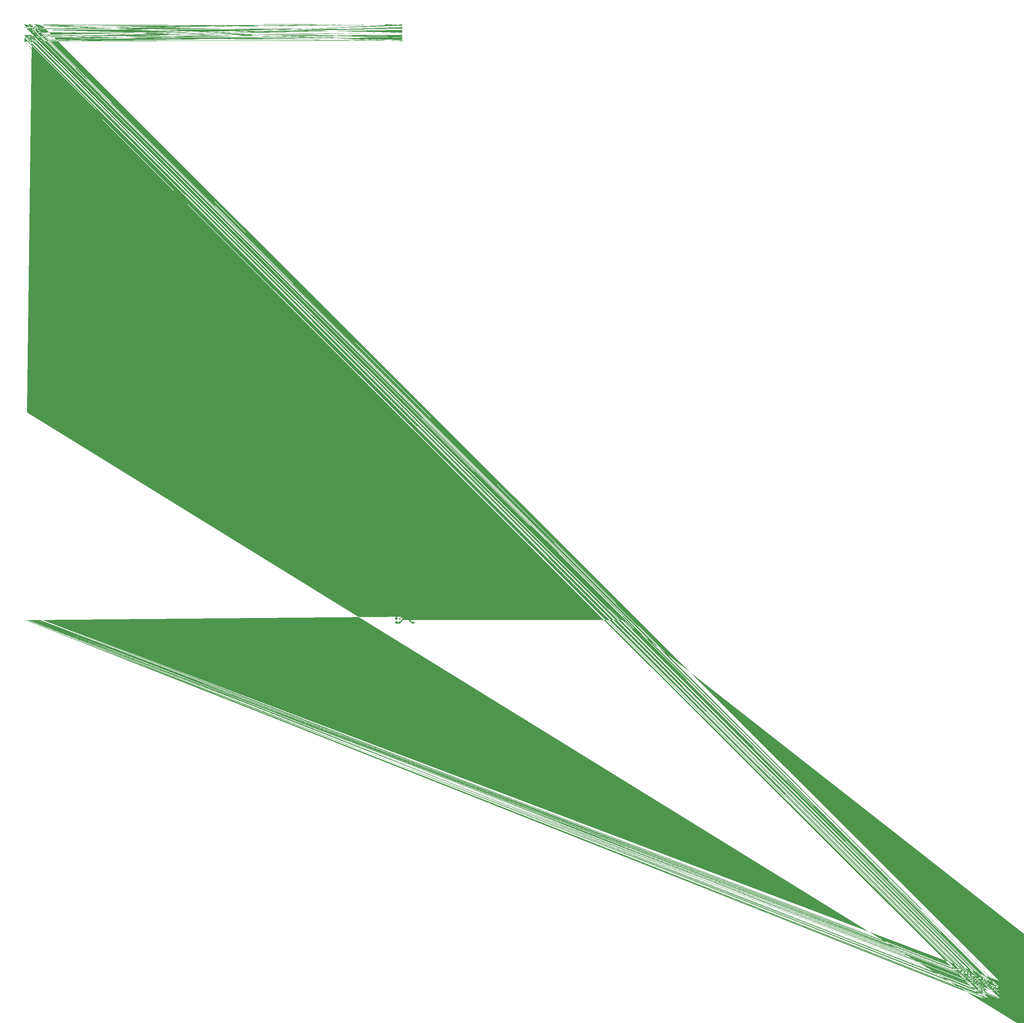
<source format=gbl>
%TF.GenerationSoftware,KiCad,Pcbnew,6.0.9-8da3e8f707~116~ubuntu22.04.1*%
%TF.CreationDate,2022-12-05T15:05:28-05:00*%
%TF.ProjectId,microphone,6d696372-6f70-4686-9f6e-652e6b696361,rev?*%
%TF.SameCoordinates,Original*%
%TF.FileFunction,Copper,L2,Bot*%
%TF.FilePolarity,Positive*%
%FSLAX46Y46*%
G04 Gerber Fmt 4.6, Leading zero omitted, Abs format (unit mm)*
G04 Created by KiCad (PCBNEW 6.0.9-8da3e8f707~116~ubuntu22.04.1) date 2022-12-05 15:05:28*
%MOMM*%
%LPD*%
G01*
G04 APERTURE LIST*
G04 Aperture macros list*
%AMRoundRect*
0 Rectangle with rounded corners*
0 $1 Rounding radius*
0 $2 $3 $4 $5 $6 $7 $8 $9 X,Y pos of 4 corners*
0 Add a 4 corners polygon primitive as box body*
4,1,4,$2,$3,$4,$5,$6,$7,$8,$9,$2,$3,0*
0 Add four circle primitives for the rounded corners*
1,1,$1+$1,$2,$3*
1,1,$1+$1,$4,$5*
1,1,$1+$1,$6,$7*
1,1,$1+$1,$8,$9*
0 Add four rect primitives between the rounded corners*
20,1,$1+$1,$2,$3,$4,$5,0*
20,1,$1+$1,$4,$5,$6,$7,0*
20,1,$1+$1,$6,$7,$8,$9,0*
20,1,$1+$1,$8,$9,$2,$3,0*%
%AMFreePoly0*
4,1,511,-0.619994,0.830498,-0.619988,0.830500,-0.578988,0.829500,-0.578976,0.829495,-0.578964,0.829499,-0.537963,0.826499,-0.537944,0.826490,-0.537926,0.826494,-0.497926,0.820495,-0.497920,0.820492,-0.497914,0.820493,-0.457914,0.813492,-0.457898,0.813482,-0.457879,0.813485,-0.417879,0.803485,-0.417872,0.803480,-0.417864,0.803481,-0.378864,0.792481,-0.378850,0.792470,-0.378831,0.792471,
-0.339831,0.778470,-0.339823,0.778463,-0.339812,0.778463,-0.302812,0.763463,-0.302800,0.763451,-0.302781,0.763450,-0.265781,0.745450,-0.265771,0.745439,-0.265757,0.745437,-0.229757,0.725437,-0.229752,0.725430,-0.229743,0.725429,-0.194742,0.704429,-0.194731,0.704414,-0.194714,0.704410,-0.161714,0.681410,-0.161709,0.681402,-0.161698,0.681399,-0.128698,0.656399,-0.128691,0.656387,
-0.128679,0.656383,-0.097679,0.630383,-0.097673,0.630371,-0.097659,0.630366,-0.067659,0.602365,-0.067652,0.602349,-0.067634,0.602341,-0.039634,0.572341,-0.039629,0.572327,-0.039617,0.572321,-0.013617,0.541321,-0.013613,0.541309,-0.013601,0.541302,0.011398,0.508302,0.011401,0.508292,0.011410,0.508286,0.034410,0.475286,0.034414,0.475268,0.034429,0.475257,0.055429,0.440257,
0.055430,0.440248,0.055437,0.440243,0.075437,0.404242,0.075439,0.404229,0.075450,0.404219,0.093450,0.367219,0.093451,0.367200,0.093463,0.367188,0.108463,0.330188,0.108463,0.330178,0.108471,0.330169,0.122471,0.291169,0.122470,0.291150,0.122481,0.291136,0.133481,0.252135,0.133480,0.252128,0.133485,0.252121,0.143485,0.212121,0.143482,0.212103,0.143493,0.212086,
0.150493,0.172086,0.150491,0.172078,0.150494,0.172074,0.156494,0.132075,0.156489,0.132055,0.156499,0.132036,0.159499,0.091036,0.159495,0.091024,0.159500,0.091012,0.160500,0.050012,0.160498,0.050006,0.160500,0.050000,0.160500,0.020000,0.160498,0.019994,0.160500,0.019988,0.159500,-0.022012,0.159495,-0.022023,0.159499,-0.022034,0.156499,-0.065035,0.156490,-0.065053,
0.156495,-0.065071,0.150495,-0.107071,0.150488,-0.107082,0.150491,-0.107096,0.142491,-0.148096,0.142484,-0.148106,0.142486,-0.148116,0.132486,-0.190116,0.132477,-0.190128,0.132479,-0.190144,0.120479,-0.230144,0.120471,-0.230153,0.120472,-0.230165,0.106472,-0.270165,0.106462,-0.270176,0.106462,-0.270190,0.090463,-0.309190,0.090454,-0.309199,0.090454,-0.309210,0.072454,-0.348210,
0.072438,-0.348225,0.072435,-0.348247,0.051435,-0.385247,0.051428,-0.385252,0.051427,-0.385261,0.029427,-0.421261,0.029415,-0.421270,0.029412,-0.421283,0.005412,-0.456283,0.005401,-0.456290,0.005397,-0.456304,-0.020603,-0.490304,-0.020614,-0.490311,-0.020618,-0.490322,-0.047618,-0.522322,-0.047630,-0.522328,-0.047635,-0.522342,-0.076635,-0.553342,-0.076651,-0.553349,-0.076658,-0.553365,
-0.107658,-0.582365,-0.107671,-0.582370,-0.107677,-0.582382,-0.139678,-0.609382,-0.139689,-0.609386,-0.139696,-0.609397,-0.173696,-0.635397,-0.173710,-0.635401,-0.173717,-0.635412,-0.208717,-0.659412,-0.208730,-0.659415,-0.208739,-0.659427,-0.244739,-0.681427,-0.244748,-0.681428,-0.244753,-0.681435,-0.281753,-0.702435,-0.281776,-0.702438,-0.281791,-0.702454,-0.320790,-0.720454,-0.320802,-0.720455,
-0.320811,-0.720463,-0.359810,-0.736463,-0.359825,-0.736463,-0.359835,-0.736472,-0.399835,-0.750472,-0.399848,-0.750471,-0.399857,-0.750479,-0.439856,-0.762479,-0.439872,-0.762477,-0.439884,-0.762486,-0.481884,-0.772486,-0.481894,-0.772484,-0.481904,-0.772491,-0.522904,-0.780491,-0.522918,-0.780488,-0.522930,-0.780495,-0.564929,-0.786495,-0.564948,-0.786490,-0.564965,-0.786499,-0.607965,-0.789499,
-0.607977,-0.789495,-0.607988,-0.789500,-0.649988,-0.790500,-0.649994,-0.790498,-0.650000,-0.790500,-0.650179,-0.790426,-0.650345,-0.790362,-0.650347,-0.790357,-0.650354,-0.790354,-0.650428,-0.790175,-0.650500,-0.790012,-0.650498,-0.790006,-0.650500,-0.790000,-0.650500,-0.490000,-0.650354,-0.489646,-0.650000,-0.489500,-0.627025,-0.489500,-0.601043,-0.487501,-0.575057,-0.484503,-0.549093,-0.480509,
-0.523128,-0.474516,-0.497130,-0.467517,-0.472180,-0.459533,-0.448200,-0.449541,-0.424208,-0.438545,-0.400246,-0.426565,-0.377260,-0.412573,-0.355289,-0.398592,-0.334313,-0.382609,-0.314324,-0.365619,-0.294351,-0.347644,-0.258382,-0.309676,-0.242397,-0.288696,-0.226416,-0.266722,-0.212422,-0.244731,-0.199444,-0.221769,-0.187457,-0.197796,-0.177461,-0.173807,-0.167473,-0.148837,-0.153488,-0.098889,
-0.148491,-0.072906,-0.144496,-0.046940,-0.141499,-0.019967,-0.140501,0.010000,-0.141500,0.036981,-0.143499,0.063963,-0.146495,0.090923,-0.151489,0.117895,-0.158484,0.144875,-0.165476,0.170844,-0.175467,0.195820,-0.185459,0.221799,-0.197447,0.245777,-0.210440,0.269762,-0.224427,0.292740,-0.239407,0.315708,-0.256389,0.336686,-0.274380,0.357675,-0.292354,0.377647,-0.312334,0.395628,
-0.333325,0.413620,-0.354298,0.430598,-0.377273,0.445581,-0.400244,0.459563,-0.424239,0.472561,-0.448202,0.484542,-0.474186,0.494536,-0.499156,0.504524,-0.525131,0.511517,-0.552102,0.518510,-0.579078,0.523506,-0.606037,0.526501,-0.633029,0.528500,-0.660019,0.529500,-0.669981,0.529500,-0.695982,0.528500,-0.720942,0.526503,-0.746929,0.523505,-0.771888,0.518513,-0.796869,0.512517,
-0.820848,0.505523,-0.845818,0.496534,-0.868804,0.487540,-0.891773,0.476554,-0.914754,0.463565,-0.936718,0.450586,-0.957709,0.435593,-0.977686,0.420611,-0.997663,0.403630,-1.033636,0.367656,-1.050610,0.347686,-1.065593,0.327709,-1.080581,0.306726,-1.093565,0.284754,-1.106554,0.261773,-1.117540,0.238804,-1.126529,0.215831,-1.135520,0.190860,-1.142517,0.166869,-1.148513,0.141888,
-1.153505,0.116929,-1.156503,0.090945,-1.158500,0.065981,-1.159500,0.039981,-1.159500,0.010019,-1.158501,-0.015962,-1.156501,-0.041957,-1.153505,-0.067928,-1.148510,-0.093899,-1.142517,-0.118870,-1.135523,-0.144849,-1.126538,-0.168808,-1.116545,-0.192792,-1.105551,-0.216778,-1.092573,-0.239740,-1.064592,-0.283711,-1.048609,-0.304687,-1.031627,-0.324666,-1.013646,-0.343646,-0.994666,-0.361627,
-0.974687,-0.378609,-0.953711,-0.394592,-0.909731,-0.422578,-0.886778,-0.435551,-0.862808,-0.446538,-0.838808,-0.456538,-0.814849,-0.465523,-0.788870,-0.472517,-0.763895,-0.478511,-0.737929,-0.483505,-0.711954,-0.486502,-0.685967,-0.488501,-0.659981,-0.489500,-0.659815,-0.489576,-0.659646,-0.489646,-0.659642,-0.489656,-0.659633,-0.489660,-0.659574,-0.489822,-0.659500,-0.490000,-0.659500,-0.790000,
-0.659502,-0.790005,-0.659500,-0.790011,-0.659646,-0.790354,-0.659651,-0.790356,-0.659653,-0.790361,-0.659831,-0.790430,-0.660000,-0.790500,-0.660005,-0.790498,-0.660010,-0.790500,-0.707011,-0.789500,-0.707023,-0.789495,-0.707036,-0.789499,-0.748036,-0.786499,-0.748053,-0.786490,-0.748072,-0.786495,-0.789072,-0.780495,-0.789078,-0.780492,-0.789084,-0.780493,-0.830084,-0.773493,-0.830100,-0.773483,
-0.830118,-0.773486,-0.871118,-0.763486,-0.871130,-0.763478,-0.871144,-0.763479,-0.911144,-0.751479,-0.911155,-0.751470,-0.911169,-0.751471,-0.950169,-0.737471,-0.950180,-0.737461,-0.950194,-0.737461,-0.988194,-0.721461,-0.988202,-0.721453,-0.988214,-0.721452,-1.026214,-0.703452,-1.026220,-0.703446,-1.026229,-0.703445,-1.063228,-0.684445,-1.063243,-0.684427,-1.063266,-0.684423,-1.098266,-0.662423,
-1.098274,-0.662411,-1.098289,-0.662408,-1.132288,-0.638408,-1.132293,-0.638400,-1.132302,-0.638398,-1.165302,-0.613399,-1.165310,-0.613386,-1.165322,-0.613382,-1.197322,-0.586382,-1.197330,-0.586366,-1.197348,-0.586359,-1.227348,-0.557359,-1.227352,-0.557351,-1.227360,-0.557347,-1.256359,-0.527348,-1.256366,-0.527331,-1.256382,-0.527323,-1.283382,-0.495322,-1.283386,-0.495310,-1.283399,-0.495302,
-1.308399,-0.462302,-1.308401,-0.462293,-1.308409,-0.462288,-1.332408,-0.428288,-1.332411,-0.428274,-1.332423,-0.428266,-1.354423,-0.393266,-1.354427,-0.393243,-1.354445,-0.393228,-1.373445,-0.356228,-1.373446,-0.356220,-1.373452,-0.356214,-1.391452,-0.318214,-1.391453,-0.318202,-1.391461,-0.318194,-1.407461,-0.280194,-1.407461,-0.280179,-1.407470,-0.280169,-1.421471,-0.241169,-1.421470,-0.241154,
-1.421479,-0.241143,-1.433479,-0.201144,-1.433478,-0.201130,-1.433486,-0.201119,-1.443486,-0.160118,-1.443483,-0.160100,-1.443493,-0.160084,-1.450493,-0.119084,-1.450492,-0.119078,-1.450495,-0.119073,-1.456495,-0.078072,-1.456490,-0.078054,-1.456499,-0.078037,-1.459499,-0.037036,-1.459495,-0.037025,-1.459500,-0.037014,-1.460500,-0.000014,-1.460495,0.000000,-1.460500,0.000012,-1.459500,0.043012,
-1.459493,0.043028,-1.459498,0.043045,-1.455498,0.087045,-1.455495,0.087051,-1.455497,0.087058,-1.450497,0.130058,-1.450488,0.130074,-1.450492,0.130091,-1.442492,0.173092,-1.442484,0.173104,-1.442486,0.173116,-1.432486,0.215116,-1.432475,0.215131,-1.432477,0.215151,-1.419477,0.256151,-1.419473,0.256156,-1.419473,0.256162,-1.405473,0.297161,-1.405462,0.297174,-1.405462,0.297192,
-1.388462,0.338192,-1.388454,0.338200,-1.388454,0.338210,-1.370454,0.377209,-1.370440,0.377222,-1.370438,0.377242,-1.349437,0.415242,-1.349427,0.415250,-1.349425,0.415264,-1.326425,0.452264,-1.326414,0.452272,-1.326411,0.452285,-1.301411,0.488285,-1.301400,0.488292,-1.301397,0.488304,-1.275397,0.522304,-1.275385,0.522311,-1.275381,0.522323,-1.247381,0.555323,-1.247370,0.555329,
-1.247365,0.555342,-1.217365,0.587342,-1.217349,0.587349,-1.217342,0.587365,-1.185342,0.617364,-1.185329,0.617369,-1.185323,0.617381,-1.152324,0.645381,-1.152311,0.645385,-1.152304,0.645397,-1.118304,0.671397,-1.118292,0.671400,-1.118285,0.671411,-1.082285,0.696411,-1.082272,0.696414,-1.082264,0.696425,-1.045264,0.719425,-1.045251,0.719427,-1.045242,0.719438,-1.007241,0.740438,
-1.007223,0.740440,-1.007210,0.740454,-0.968210,0.758454,-0.968200,0.758454,-0.968192,0.758462,-0.927191,0.775462,-0.927174,0.775462,-0.927162,0.775473,-0.886162,0.789473,-0.886156,0.789473,-0.886151,0.789477,-0.845151,0.802477,-0.845131,0.802475,-0.845116,0.802486,-0.803116,0.812486,-0.803103,0.812484,-0.803091,0.812492,-0.760091,0.820492,-0.760074,0.820488,-0.760058,0.820497,
-0.717057,0.825497,-0.717050,0.825495,-0.717045,0.825498,-0.673046,0.829498,-0.673029,0.829493,-0.673012,0.829500,-0.630011,0.830500,-0.630005,0.830498,-0.630000,0.830500,-0.620000,0.830500,-0.619994,0.830498,-0.619994,0.830498,$1*%
G04 Aperture macros list end*
%TA.AperFunction,SMDPad,CuDef*%
%ADD10R,0.600000X1.550000*%
%TD*%
%TA.AperFunction,SMDPad,CuDef*%
%ADD11RoundRect,0.140000X0.170000X-0.140000X0.170000X0.140000X-0.170000X0.140000X-0.170000X-0.140000X0*%
%TD*%
%TA.AperFunction,SMDPad,CuDef*%
%ADD12RoundRect,0.140000X-0.170000X0.140000X-0.170000X-0.140000X0.170000X-0.140000X0.170000X0.140000X0*%
%TD*%
%TA.AperFunction,SMDPad,CuDef*%
%ADD13RoundRect,0.135000X0.185000X-0.135000X0.185000X0.135000X-0.185000X0.135000X-0.185000X-0.135000X0*%
%TD*%
%TA.AperFunction,SMDPad,CuDef*%
%ADD14R,0.600000X0.522000*%
%TD*%
%TA.AperFunction,SMDPad,CuDef*%
%ADD15FreePoly0,180.000000*%
%TD*%
%TA.AperFunction,ViaPad*%
%ADD16C,0.600000*%
%TD*%
%TA.AperFunction,ViaPad*%
%ADD17C,0.450000*%
%TD*%
%TA.AperFunction,Conductor*%
%ADD18C,0.300000*%
%TD*%
%TA.AperFunction,Conductor*%
%ADD19C,0.150000*%
%TD*%
G04 APERTURE END LIST*
D10*
X148900000Y-92380000D03*
X149900000Y-92380000D03*
X150900000Y-92380000D03*
X151900000Y-92380000D03*
X152900000Y-92380000D03*
D11*
X148700000Y-94980000D03*
X148700000Y-94020000D03*
D12*
X148700000Y-95920000D03*
X148700000Y-96880000D03*
D13*
X153000000Y-96910000D03*
X153000000Y-95890000D03*
X153000000Y-95010000D03*
X153000000Y-93990000D03*
D14*
X151750000Y-94226000D03*
X151750000Y-95048000D03*
D15*
X150200000Y-96280000D03*
D14*
X149950000Y-95048000D03*
X149950000Y-94226000D03*
X150850000Y-94226000D03*
D16*
X149590000Y-96890000D03*
D17*
X148600000Y-93579502D03*
D16*
X152570613Y-94289452D03*
D17*
X149600000Y-96000000D03*
X150900000Y-92380000D03*
X148900000Y-92380000D03*
X151500000Y-93600000D03*
X149900000Y-92524500D03*
X150800000Y-93600000D03*
D16*
X152900000Y-92380000D03*
X152200000Y-96400000D03*
X149700000Y-93700000D03*
D18*
X148700000Y-93679502D02*
X148600000Y-93579502D01*
X153000000Y-93990000D02*
X152870065Y-93990000D01*
D19*
X151900000Y-92890000D02*
X151900000Y-92380000D01*
D18*
X151900000Y-93100000D02*
X151900000Y-92380000D01*
X148700000Y-94020000D02*
X148700000Y-93679502D01*
X148700000Y-96980000D02*
X149500000Y-96980000D01*
X149500000Y-96980000D02*
X150200000Y-96280000D01*
X148700000Y-94020000D02*
X148700000Y-93748233D01*
X152870065Y-93990000D02*
X152570613Y-94289452D01*
X152790000Y-93990000D02*
X151900000Y-93100000D01*
X149590000Y-96890000D02*
X149590000Y-96850500D01*
X153000000Y-93990000D02*
X152790000Y-93990000D01*
X149500000Y-96980000D02*
X149590000Y-96890000D01*
D19*
X153000000Y-95010000D02*
X153000000Y-95990000D01*
X153000000Y-95010000D02*
X151788000Y-95010000D01*
X151788000Y-95010000D02*
X151750000Y-95048000D01*
X149950000Y-95650000D02*
X149600000Y-96000000D01*
X149950000Y-95048000D02*
X149950000Y-95650000D01*
X151750000Y-93850000D02*
X151500000Y-93600000D01*
X151750000Y-94226000D02*
X151750000Y-93850000D01*
X150850000Y-93650000D02*
X150800000Y-93600000D01*
X150850000Y-94226000D02*
X150850000Y-93650000D01*
X149900000Y-93100000D02*
X149900000Y-92380000D01*
D18*
X152810000Y-97010000D02*
X152200000Y-96400000D01*
X149950000Y-93950000D02*
X149700000Y-93700000D01*
X148700000Y-94980000D02*
X148820000Y-94980000D01*
X148820000Y-94980000D02*
X149500000Y-94300000D01*
D19*
X149924000Y-94200000D02*
X149950000Y-94226000D01*
D18*
X149500000Y-94300000D02*
X149876000Y-94300000D01*
X149876000Y-94300000D02*
X149950000Y-94226000D01*
D19*
X148700000Y-94980000D02*
X148720000Y-94980000D01*
D18*
X149950000Y-94226000D02*
X149950000Y-93950000D01*
X153000000Y-97010000D02*
X152810000Y-97010000D01*
X148700000Y-94980000D02*
X148700000Y-96020000D01*
M02*

</source>
